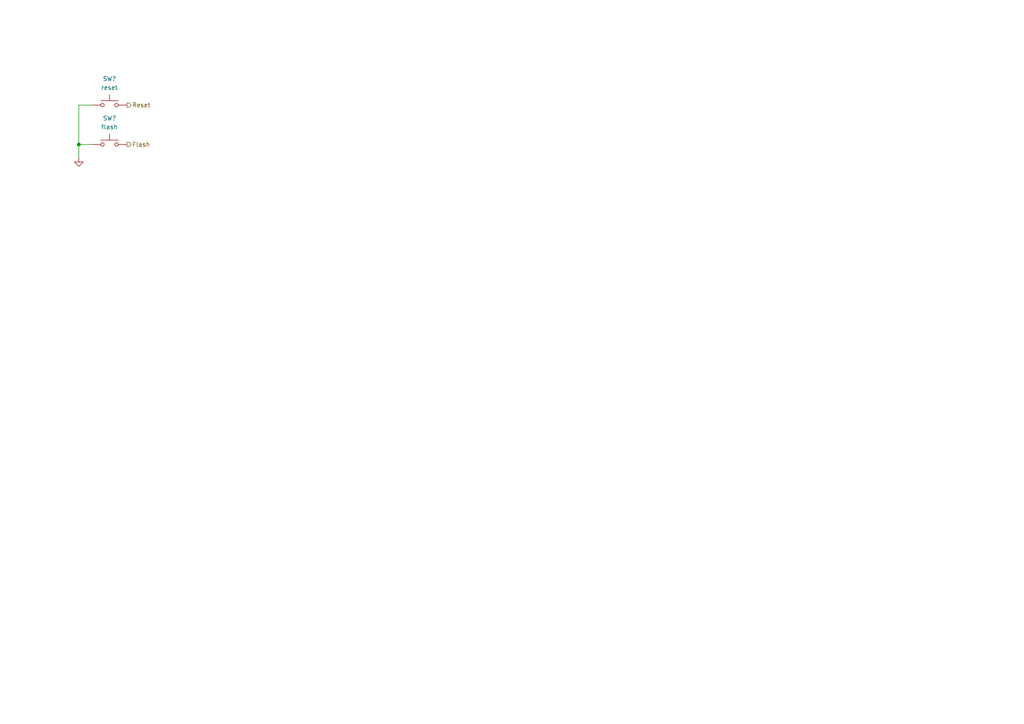
<source format=kicad_sch>
(kicad_sch (version 20211123) (generator eeschema)
  (paper "A4")
  (lib_symbols
    (symbol "Switch:SW_Push" (pin_numbers hide) (pin_names (offset 1.016) hide)
      (property "Reference" "SW" (at 1.27 2.54 0))
      (property "Value" "SW_Push" (at 0 -1.524 0))
      (symbol "SW_Push_0_1"
        (circle (center -2.032 0) (radius 0.508))
        (polyline (pts (xy 0 1.27) (xy 0 3.048)))
        (polyline (pts (xy 2.54 1.27) (xy -2.54 1.27)))
        (circle (center 2.032 0) (radius 0.508))
        (pin passive line (at -5.08 0 0) (length 2.54) (name "1") (number "1"))
        (pin passive line (at 5.08 0 180) (length 2.54) (name "2") (number "2"))
      )
    )
    (symbol "power:GND" (power) (pin_names (offset 0))
      (property "Value" "GND" (at 0 -3.81 0))
      (symbol "GND_0_1"
        (polyline (pts (xy 0 0) (xy 0 -1.27) (xy 1.27 -1.27) (xy 0 -2.54) (xy -1.27 -1.27) (xy 0 -1.27)))
      )
      (symbol "GND_1_1"
        (pin power_in line (at 0 0 270) (length 0) hide (name "GND") (number "1"))
      )
    )
  )
  (junction (at 22.86 41.91))
  (wire (pts (xy 22.86 41.91) (xy 22.86 45.72)))
  (wire (pts (xy 22.86 41.91) (xy 26.67 41.91)))
  (wire (pts (xy 26.67 30.48) (xy 22.86 30.48)))
  (wire (pts (xy 22.86 30.48) (xy 22.86 41.91)))
  (hierarchical_label "Reset" (shape output) (at 36.83 30.48 0))
  (hierarchical_label "Flash" (shape output) (at 36.83 41.91 0))
  (symbol (lib_id "Switch:SW_Push") (at 31.75 41.91 0) (unit 1)
    (property "Reference" "SW?" (at 31.75 34.29 0))
    (property "Value" "flash" (at 31.75 36.83 0))
  )
  (symbol (lib_id "Switch:SW_Push") (at 31.75 30.48 0) (unit 1)
    (property "Reference" "SW?" (at 31.75 22.86 0))
    (property "Value" "reset" (at 31.75 25.4 0))
  )
  (symbol (lib_id "power:GND") (at 22.86 45.72 0) (unit 1)
    (property "Reference" "#PWR?" (effects hide))
    (property "Value" "GND" (effects hide))
  )
)
</source>
